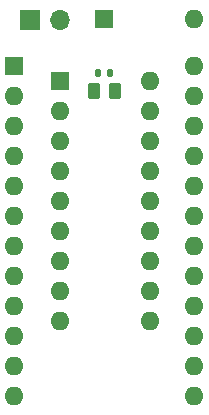
<source format=gbr>
%TF.GenerationSoftware,KiCad,Pcbnew,7.0.6*%
%TF.CreationDate,2023-09-04T21:12:20+01:00*%
%TF.ProjectId,TRSG3Mod,54525347-334d-46f6-942e-6b696361645f,rev?*%
%TF.SameCoordinates,Original*%
%TF.FileFunction,Soldermask,Top*%
%TF.FilePolarity,Negative*%
%FSLAX46Y46*%
G04 Gerber Fmt 4.6, Leading zero omitted, Abs format (unit mm)*
G04 Created by KiCad (PCBNEW 7.0.6) date 2023-09-04 21:12:20*
%MOMM*%
%LPD*%
G01*
G04 APERTURE LIST*
G04 Aperture macros list*
%AMRoundRect*
0 Rectangle with rounded corners*
0 $1 Rounding radius*
0 $2 $3 $4 $5 $6 $7 $8 $9 X,Y pos of 4 corners*
0 Add a 4 corners polygon primitive as box body*
4,1,4,$2,$3,$4,$5,$6,$7,$8,$9,$2,$3,0*
0 Add four circle primitives for the rounded corners*
1,1,$1+$1,$2,$3*
1,1,$1+$1,$4,$5*
1,1,$1+$1,$6,$7*
1,1,$1+$1,$8,$9*
0 Add four rect primitives between the rounded corners*
20,1,$1+$1,$2,$3,$4,$5,0*
20,1,$1+$1,$4,$5,$6,$7,0*
20,1,$1+$1,$6,$7,$8,$9,0*
20,1,$1+$1,$8,$9,$2,$3,0*%
G04 Aperture macros list end*
%ADD10R,1.600000X1.600000*%
%ADD11O,1.600000X1.600000*%
%ADD12RoundRect,0.135000X-0.135000X-0.185000X0.135000X-0.185000X0.135000X0.185000X-0.135000X0.185000X0*%
%ADD13R,1.700000X1.700000*%
%ADD14O,1.700000X1.700000*%
%ADD15RoundRect,0.250000X-0.262500X-0.450000X0.262500X-0.450000X0.262500X0.450000X-0.262500X0.450000X0*%
G04 APERTURE END LIST*
D10*
%TO.C,J1*%
X111793750Y-58050000D03*
D11*
X111793750Y-60590000D03*
X111793750Y-63130000D03*
X111793750Y-65670000D03*
X111793750Y-68210000D03*
X111793750Y-70750000D03*
X111793750Y-73290000D03*
X111793750Y-75830000D03*
X111793750Y-78370000D03*
X119413750Y-78370000D03*
X119413750Y-75830000D03*
X119413750Y-73290000D03*
X119413750Y-70750000D03*
X119413750Y-68210000D03*
X119413750Y-65670000D03*
X119413750Y-63130000D03*
X119413750Y-60590000D03*
X119413750Y-58050000D03*
%TD*%
D10*
%TO.C,SW1*%
X115575000Y-52775000D03*
D11*
X123195000Y-52775000D03*
%TD*%
D12*
%TO.C,R2*%
X115083750Y-57350000D03*
X116103750Y-57350000D03*
%TD*%
D13*
%TO.C,J2*%
X109285000Y-52825000D03*
D14*
X111825000Y-52825000D03*
%TD*%
D10*
%TO.C,U1*%
X107975000Y-56725000D03*
D11*
X107975000Y-59265000D03*
X107975000Y-61805000D03*
X107975000Y-64345000D03*
X107975000Y-66885000D03*
X107975000Y-69425000D03*
X107975000Y-71965000D03*
X107975000Y-74505000D03*
X107975000Y-77045000D03*
X107975000Y-79585000D03*
X107975000Y-82125000D03*
X107975000Y-84665000D03*
X123215000Y-84665000D03*
X123215000Y-82125000D03*
X123215000Y-79585000D03*
X123215000Y-77045000D03*
X123215000Y-74505000D03*
X123215000Y-71965000D03*
X123215000Y-69425000D03*
X123215000Y-66885000D03*
X123215000Y-64345000D03*
X123215000Y-61805000D03*
X123215000Y-59265000D03*
X123215000Y-56725000D03*
%TD*%
D15*
%TO.C,R1*%
X114681250Y-58900000D03*
X116506250Y-58900000D03*
%TD*%
M02*

</source>
